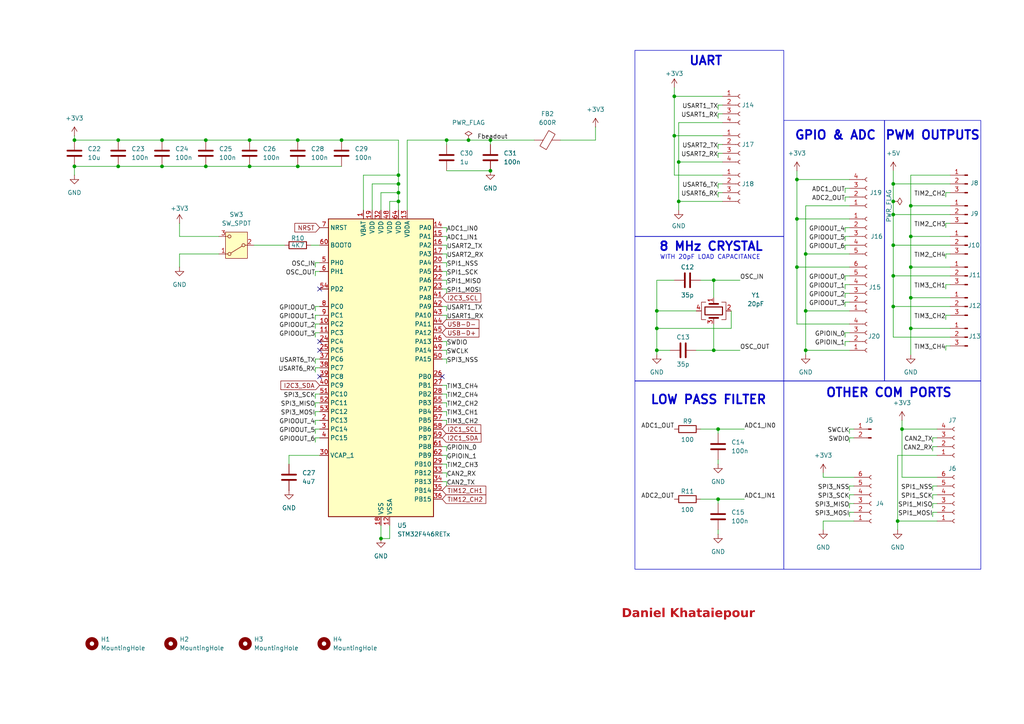
<source format=kicad_sch>
(kicad_sch (version 20231120) (generator "eeschema") (generator_version "8.0")
  (paper "A4")
  (title_block (title "FLIGHT CONTROLLER PCB") (date "2025-09-02"))
  (lib_symbols
    (symbol "Connector:Conn_01x02_Pin" (pin_names (offset 1.016) hide)
      (property "Reference" "J" (at 0 2.54 0))
      (property "Value" "Conn_01x02_Pin" (at 0 -5.08 0))
      (symbol "Conn_01x02_Pin_1_1"
        (pin passive line (at 5.08 0 180) (length 3.81) (name "Pin_1") (number "1"))
        (pin passive line (at 5.08 -2.54 180) (length 3.81) (name "Pin_2") (number "2"))
      )
    )
    (symbol "Connector:Conn_01x03_Pin" (pin_names (offset 1.016) hide)
      (property "Reference" "J" (at 0 5.08 0))
      (property "Value" "Conn_01x03_Pin" (at 0 -5.08 0))
      (symbol "Conn_01x03_Pin_1_1"
        (pin passive line (at 5.08 2.54 180) (length 3.81) (name "Pin_1") (number "1"))
        (pin passive line (at 5.08 0 180) (length 3.81) (name "Pin_2") (number "2"))
        (pin passive line (at 5.08 -2.54 180) (length 3.81) (name "Pin_3") (number "3"))
      )
    )
    (symbol "Connector:Conn_01x04_Socket" (pin_names (offset 1.016) hide)
      (property "Reference" "J" (at 0 5.08 0))
      (property "Value" "Conn_01x04_Socket" (at 0 -7.62 0))
      (symbol "Conn_01x04_Socket_1_1"
        (pin passive line (at -5.08 2.54 0) (length 3.81) (name "Pin_1") (number "1"))
        (pin passive line (at -5.08 0 0) (length 3.81) (name "Pin_2") (number "2"))
        (pin passive line (at -5.08 -2.54 0) (length 3.81) (name "Pin_3") (number "3"))
        (pin passive line (at -5.08 -5.08 0) (length 3.81) (name "Pin_4") (number "4"))
      )
    )
    (symbol "Connector:Conn_01x05_Socket" (pin_names (offset 1.016) hide)
      (property "Reference" "J" (at 0 7.62 0))
      (property "Value" "Conn_01x05_Socket" (at 0 -7.62 0))
      (symbol "Conn_01x05_Socket_1_1"
        (pin passive line (at -5.08 5.08 0) (length 3.81) (name "Pin_1") (number "1"))
        (pin passive line (at -5.08 2.54 0) (length 3.81) (name "Pin_2") (number "2"))
        (pin passive line (at -5.08 0 0) (length 3.81) (name "Pin_3") (number "3"))
        (pin passive line (at -5.08 -2.54 0) (length 3.81) (name "Pin_4") (number "4"))
        (pin passive line (at -5.08 -5.08 0) (length 3.81) (name "Pin_5") (number "5"))
      )
    )
    (symbol "Connector:Conn_01x06_Socket" (pin_names (offset 1.016) hide)
      (property "Reference" "J" (at 0 7.62 0))
      (property "Value" "Conn_01x06_Socket" (at 0 -10.16 0))
      (symbol "Conn_01x06_Socket_1_1"
        (pin passive line (at -5.08 5.08 0) (length 3.81) (name "Pin_1") (number "1"))
        (pin passive line (at -5.08 2.54 0) (length 3.81) (name "Pin_2") (number "2"))
        (pin passive line (at -5.08 0 0) (length 3.81) (name "Pin_3") (number "3"))
        (pin passive line (at -5.08 -2.54 0) (length 3.81) (name "Pin_4") (number "4"))
        (pin passive line (at -5.08 -5.08 0) (length 3.81) (name "Pin_5") (number "5"))
        (pin passive line (at -5.08 -7.62 0) (length 3.81) (name "Pin_6") (number "6"))
      )
    )
    (symbol "Device:C" (pin_numbers hide) (pin_names (offset 0.254))
      (property "Reference" "C" (at 0.635 2.54 0))
      (property "Value" "C" (at 0.635 -2.54 0))
      (symbol "C_1_1"
        (pin passive line (at 0 3.81 270) (length 2.794) (name "~") (number "1"))
        (pin passive line (at 0 -3.81 90) (length 2.794) (name "~") (number "2"))
      )
    )
    (symbol "Device:Crystal_GND24" (pin_names (offset 1.016) hide)
      (property "Reference" "Y" (at 3.175 5.08 0))
      (property "Value" "Crystal_GND24" (at 3.175 3.175 0))
      (symbol "Crystal_GND24_1_1"
        (pin passive line (at -3.81 0 0) (length 1.27) (name "1") (number "1"))
        (pin passive line (at 0 5.08 270) (length 1.27) (name "2") (number "2"))
        (pin passive line (at 3.81 0 180) (length 1.27) (name "3") (number "3"))
        (pin passive line (at 0 -5.08 90) (length 1.27) (name "4") (number "4"))
      )
    )
    (symbol "Device:FerriteBead" (pin_numbers hide) (pin_names (offset 0))
      (property "Reference" "FB" (at -3.81 0.635 90))
      (property "Value" "FerriteBead" (at 3.81 0 90))
      (symbol "FerriteBead_1_1"
        (pin passive line (at 0 3.81 270) (length 2.54) (name "~") (number "1"))
        (pin passive line (at 0 -3.81 90) (length 2.54) (name "~") (number "2"))
      )
    )
    (symbol "Device:R" (pin_numbers hide) (pin_names (offset 0))
      (property "Reference" "R" (at 2.032 0 90))
      (property "Value" "R" (at 0 0 90))
      (symbol "R_1_1"
        (pin passive line (at 0 3.81 270) (length 1.27) (name "~") (number "1"))
        (pin passive line (at 0 -3.81 90) (length 1.27) (name "~") (number "2"))
      )
    )
    (symbol "MCU_ST_STM32F4:STM32F446RETx"
      (property "Reference" "U" (at -15.24 44.45 0))
      (property "Value" "STM32F446RETx" (at 10.16 44.45 0))
      (symbol "STM32F446RETx_1_1"
        (pin power_in line (at -5.08 45.72 270) (length 2.54) (name "VBAT") (number "1"))
        (pin bidirectional line (at -17.78 12.7 0) (length 2.54) (name "PC2") (number "10"))
        (pin bidirectional line (at -17.78 10.16 0) (length 2.54) (name "PC3") (number "11"))
        (pin power_in line (at 2.54 -45.72 90) (length 2.54) (name "VSSA") (number "12"))
        (pin power_in line (at 7.62 45.72 270) (length 2.54) (name "VDDA") (number "13"))
        (pin bidirectional line (at 17.78 40.64 180) (length 2.54) (name "PA0") (number "14"))
        (pin bidirectional line (at 17.78 38.1 180) (length 2.54) (name "PA1") (number "15"))
        (pin bidirectional line (at 17.78 35.56 180) (length 2.54) (name "PA2") (number "16"))
        (pin bidirectional line (at 17.78 33.02 180) (length 2.54) (name "PA3") (number "17"))
        (pin power_in line (at 0 -45.72 90) (length 2.54) (name "VSS") (number "18"))
        (pin power_in line (at -2.54 45.72 270) (length 2.54) (name "VDD") (number "19"))
        (pin bidirectional line (at -17.78 -15.24 0) (length 2.54) (name "PC13") (number "2"))
        (pin bidirectional line (at 17.78 30.48 180) (length 2.54) (name "PA4") (number "20"))
        (pin bidirectional line (at 17.78 27.94 180) (length 2.54) (name "PA5") (number "21"))
        (pin bidirectional line (at 17.78 25.4 180) (length 2.54) (name "PA6") (number "22"))
        (pin bidirectional line (at 17.78 22.86 180) (length 2.54) (name "PA7") (number "23"))
        (pin bidirectional line (at -17.78 7.62 0) (length 2.54) (name "PC4") (number "24"))
        (pin bidirectional line (at -17.78 5.08 0) (length 2.54) (name "PC5") (number "25"))
        (pin bidirectional line (at 17.78 -2.54 180) (length 2.54) (name "PB0") (number "26"))
        (pin bidirectional line (at 17.78 -5.08 180) (length 2.54) (name "PB1") (number "27"))
        (pin bidirectional line (at 17.78 -7.62 180) (length 2.54) (name "PB2") (number "28"))
        (pin bidirectional line (at 17.78 -27.94 180) (length 2.54) (name "PB10") (number "29"))
        (pin bidirectional line (at -17.78 -17.78 0) (length 2.54) (name "PC14") (number "3"))
        (pin power_out line (at -17.78 -25.4 0) (length 2.54) (name "VCAP_1") (number "30"))
        (pin passive line (at 0 -45.72 90) (length 2.54) hide (name "VSS") (number "31"))
        (pin power_in line (at 0 45.72 270) (length 2.54) (name "VDD") (number "32"))
        (pin bidirectional line (at 17.78 -30.48 180) (length 2.54) (name "PB12") (number "33"))
        (pin bidirectional line (at 17.78 -33.02 180) (length 2.54) (name "PB13") (number "34"))
        (pin bidirectional line (at 17.78 -35.56 180) (length 2.54) (name "PB14") (number "35"))
        (pin bidirectional line (at 17.78 -38.1 180) (length 2.54) (name "PB15") (number "36"))
        (pin bidirectional line (at -17.78 2.54 0) (length 2.54) (name "PC6") (number "37"))
        (pin bidirectional line (at -17.78 0 0) (length 2.54) (name "PC7") (number "38"))
        (pin bidirectional line (at -17.78 -2.54 0) (length 2.54) (name "PC8") (number "39"))
        (pin bidirectional line (at -17.78 -20.32 0) (length 2.54) (name "PC15") (number "4"))
        (pin bidirectional line (at -17.78 -5.08 0) (length 2.54) (name "PC9") (number "40"))
        (pin bidirectional line (at 17.78 20.32 180) (length 2.54) (name "PA8") (number "41"))
        (pin bidirectional line (at 17.78 17.78 180) (length 2.54) (name "PA9") (number "42"))
        (pin bidirectional line (at 17.78 15.24 180) (length 2.54) (name "PA10") (number "43"))
        (pin bidirectional line (at 17.78 12.7 180) (length 2.54) (name "PA11") (number "44"))
        (pin bidirectional line (at 17.78 10.16 180) (length 2.54) (name "PA12") (number "45"))
        (pin bidirectional line (at 17.78 7.62 180) (length 2.54) (name "PA13") (number "46"))
        (pin passive line (at 0 -45.72 90) (length 2.54) hide (name "VSS") (number "47"))
        (pin power_in line (at 2.54 45.72 270) (length 2.54) (name "VDD") (number "48"))
        (pin bidirectional line (at 17.78 5.08 180) (length 2.54) (name "PA14") (number "49"))
        (pin bidirectional line (at -17.78 30.48 0) (length 2.54) (name "PH0") (number "5"))
        (pin bidirectional line (at 17.78 2.54 180) (length 2.54) (name "PA15") (number "50"))
        (pin bidirectional line (at -17.78 -7.62 0) (length 2.54) (name "PC10") (number "51"))
        (pin bidirectional line (at -17.78 -10.16 0) (length 2.54) (name "PC11") (number "52"))
        (pin bidirectional line (at -17.78 -12.7 0) (length 2.54) (name "PC12") (number "53"))
        (pin bidirectional line (at -17.78 22.86 0) (length 2.54) (name "PD2") (number "54"))
        (pin bidirectional line (at 17.78 -10.16 180) (length 2.54) (name "PB3") (number "55"))
        (pin bidirectional line (at 17.78 -12.7 180) (length 2.54) (name "PB4") (number "56"))
        (pin bidirectional line (at 17.78 -15.24 180) (length 2.54) (name "PB5") (number "57"))
        (pin bidirectional line (at 17.78 -17.78 180) (length 2.54) (name "PB6") (number "58"))
        (pin bidirectional line (at 17.78 -20.32 180) (length 2.54) (name "PB7") (number "59"))
        (pin bidirectional line (at -17.78 27.94 0) (length 2.54) (name "PH1") (number "6"))
        (pin input line (at -17.78 35.56 0) (length 2.54) (name "BOOT0") (number "60"))
        (pin bidirectional line (at 17.78 -22.86 180) (length 2.54) (name "PB8") (number "61"))
        (pin bidirectional line (at 17.78 -25.4 180) (length 2.54) (name "PB9") (number "62"))
        (pin passive line (at 0 -45.72 90) (length 2.54) hide (name "VSS") (number "63"))
        (pin power_in line (at 5.08 45.72 270) (length 2.54) (name "VDD") (number "64"))
        (pin input line (at -17.78 40.64 0) (length 2.54) (name "NRST") (number "7"))
        (pin bidirectional line (at -17.78 17.78 0) (length 2.54) (name "PC0") (number "8"))
        (pin bidirectional line (at -17.78 15.24 0) (length 2.54) (name "PC1") (number "9"))
      )
    )
    (symbol "Mechanical:MountingHole" (pin_names (offset 1.016))
      (property "Reference" "H" (at 0 5.08 0))
      (property "Value" "MountingHole" (at 0 3.175 0))
    )
    (symbol "Switch:SW_SPDT" (pin_names (offset 0) hide)
      (property "Reference" "SW" (at 0 5.08 0))
      (property "Value" "SW_SPDT" (at 0 -5.08 0))
      (symbol "SW_SPDT_1_1"
        (pin passive line (at 5.08 2.54 180) (length 2.54) (name "A") (number "1"))
        (pin passive line (at -5.08 0 0) (length 2.54) (name "B") (number "2"))
        (pin passive line (at 5.08 -2.54 180) (length 2.54) (name "C") (number "3"))
      )
    )
    (symbol "power:+3V3" (power) (pin_numbers hide) (pin_names (offset 0) hide)
      (property "Value" "+3V3" (at 0 3.556 0))
      (symbol "+3V3_1_1"
        (pin power_in line (at 0 0 90) (length 0) (name "~") (number "1"))
      )
    )
    (symbol "power:+5V" (power) (pin_numbers hide) (pin_names (offset 0) hide)
      (property "Value" "+5V" (at 0 3.556 0))
      (symbol "+5V_1_1"
        (pin power_in line (at 0 0 90) (length 0) (name "~") (number "1"))
      )
    )
    (symbol "power:GND" (power) (pin_numbers hide) (pin_names (offset 0) hide)
      (property "Value" "GND" (at 0 -3.81 0))
      (symbol "GND_1_1"
        (pin power_in line (at 0 0 270) (length 0) (name "~") (number "1"))
      )
    )
    (symbol "power:PWR_FLAG" (power) (pin_numbers hide) (pin_names (offset 0) hide)
      (property "Value" "PWR_FLAG" (at 0 3.81 0))
      (symbol "PWR_FLAG_0_0"
        (pin power_out line (at 0 0 90) (length 0) (name "~") (number "1"))
      )
    )
  )
  (junction (at 259.08 88.9))
  (junction (at 46.99 40.64))
  (junction (at 86.36 48.26))
  (junction (at 207.01 81.28))
  (junction (at 208.28 124.46))
  (junction (at 115.57 55.88))
  (junction (at 21.59 40.64))
  (junction (at 34.29 48.26))
  (junction (at 259.08 80.01))
  (junction (at 233.68 90.17))
  (junction (at 115.57 50.8))
  (junction (at 59.69 48.26))
  (junction (at 115.57 58.42))
  (junction (at 59.69 40.64))
  (junction (at 264.16 68.58))
  (junction (at 195.58 27.94))
  (junction (at 190.5 90.17))
  (junction (at 231.14 52.07))
  (junction (at 72.39 48.26))
  (junction (at 195.58 39.37))
  (junction (at 259.08 53.34))
  (junction (at 190.5 95.25))
  (junction (at 142.24 49.53))
  (junction (at 190.5 101.6))
  (junction (at 260.35 151.13))
  (junction (at 231.14 63.5))
  (junction (at 142.24 40.64))
  (junction (at 264.16 77.47))
  (junction (at 264.16 59.69))
  (junction (at 129.54 40.64))
  (junction (at 99.06 40.64))
  (junction (at 231.14 77.47))
  (junction (at 21.59 48.26))
  (junction (at 196.85 46.99))
  (junction (at 207.01 101.6))
  (junction (at 196.85 58.42))
  (junction (at 259.08 71.12))
  (junction (at 110.49 156.21))
  (junction (at 115.57 53.34))
  (junction (at 259.08 58.42))
  (junction (at 261.62 124.46))
  (junction (at 264.16 95.25))
  (junction (at 46.99 48.26))
  (junction (at 34.29 40.64))
  (junction (at 208.28 144.78))
  (junction (at 86.36 40.64))
  (junction (at 264.16 86.36))
  (junction (at 233.68 73.66))
  (junction (at 72.39 40.64))
  (junction (at 135.89 40.64))
  (junction (at 259.08 62.23))
  (junction (at 233.68 101.6))
  (no_connect (at 92.71 109.22))
  (no_connect (at 128.27 109.22))
  (no_connect (at 92.71 83.82))
  (no_connect (at 92.71 99.06))
  (no_connect (at 92.71 101.6))
  (wire (pts (xy 34.29 48.26) (xy 46.99 48.26)))
  (wire (pts (xy 208.28 124.46) (xy 208.28 125.73)))
  (wire (pts (xy 135.89 40.64) (xy 142.24 40.64)))
  (wire (pts (xy 261.62 138.43) (xy 261.62 124.46)))
  (wire (pts (xy 91.44 93.98) (xy 91.44 95.25)))
  (wire (pts (xy 264.16 86.36) (xy 264.16 77.47)))
  (wire (pts (xy 208.28 124.46) (xy 215.9 124.46)))
  (wire (pts (xy 274.32 57.15) (xy 274.32 55.88)))
  (wire (pts (xy 92.71 104.14) (xy 91.44 104.14)))
  (wire (pts (xy 91.44 76.2) (xy 91.44 77.47)))
  (wire (pts (xy 208.28 144.78) (xy 215.9 144.78)))
  (wire (pts (xy 245.11 96.52) (xy 246.38 96.52)))
  (wire (pts (xy 238.76 137.16) (xy 238.76 138.43)))
  (wire (pts (xy 91.44 88.9) (xy 91.44 90.17)))
  (wire (pts (xy 246.38 147.32) (xy 246.38 146.05)))
  (wire (pts (xy 259.08 53.34) (xy 275.59 53.34)))
  (wire (pts (xy 110.49 60.96) (xy 110.49 55.88)))
  (wire (pts (xy 190.5 101.6) (xy 194.31 101.6)))
  (wire (pts (xy 129.54 121.92) (xy 129.54 123.19)))
  (wire (pts (xy 208.28 153.67) (xy 208.28 154.94)))
  (wire (pts (xy 92.71 119.38) (xy 91.44 119.38)))
  (wire (pts (xy 208.28 57.15) (xy 208.28 55.88)))
  (wire (pts (xy 129.54 114.3) (xy 129.54 115.57)))
  (wire (pts (xy 245.11 80.01) (xy 246.38 80.01)))
  (wire (pts (xy 207.01 101.6) (xy 214.63 101.6)))
  (wire (pts (xy 264.16 68.58) (xy 275.59 68.58)))
  (wire (pts (xy 129.54 91.44) (xy 129.54 92.71)))
  (wire (pts (xy 91.44 78.74) (xy 91.44 80.01)))
  (wire (pts (xy 86.36 40.64) (xy 99.06 40.64)))
  (wire (pts (xy 128.27 114.3) (xy 129.54 114.3)))
  (wire (pts (xy 208.28 30.48) (xy 208.28 31.75)))
  (wire (pts (xy 129.54 129.54) (xy 129.54 130.81)))
  (wire (pts (xy 72.39 48.26) (xy 86.36 48.26)))
  (wire (pts (xy 245.11 82.55) (xy 246.38 82.55)))
  (wire (pts (xy 264.16 95.25) (xy 264.16 86.36)))
  (wire (pts (xy 212.09 90.17) (xy 212.09 95.25)))
  (wire (pts (xy 264.16 77.47) (xy 275.59 77.47)))
  (wire (pts (xy 90.17 71.12) (xy 92.71 71.12)))
  (wire (pts (xy 115.57 50.8) (xy 115.57 53.34)))
  (wire (pts (xy 129.54 40.64) (xy 129.54 41.91)))
  (wire (pts (xy 208.28 54.61) (xy 208.28 53.34)))
  (wire (pts (xy 209.55 35.56) (xy 196.85 35.56)))
  (wire (pts (xy 142.24 40.64) (xy 154.94 40.64)))
  (wire (pts (xy 209.55 58.42) (xy 196.85 58.42)))
  (wire (pts (xy 129.54 68.58) (xy 129.54 69.85)))
  (wire (pts (xy 274.32 100.33) (xy 274.32 101.6)))
  (wire (pts (xy 92.71 114.3) (xy 91.44 114.3)))
  (wire (pts (xy 128.27 137.16) (xy 129.54 137.16)))
  (wire (pts (xy 274.32 64.77) (xy 275.59 64.77)))
  (wire (pts (xy 209.55 30.48) (xy 208.28 30.48)))
  (wire (pts (xy 129.54 73.66) (xy 129.54 74.93)))
  (wire (pts (xy 91.44 116.84) (xy 91.44 118.11)))
  (wire (pts (xy 233.68 101.6) (xy 233.68 90.17)))
  (wire (pts (xy 128.27 121.92) (xy 129.54 121.92)))
  (wire (pts (xy 259.08 62.23) (xy 259.08 71.12)))
  (wire (pts (xy 203.2 144.78) (xy 208.28 144.78)))
  (wire (pts (xy 260.35 132.08) (xy 260.35 151.13)))
  (wire (pts (xy 172.72 40.64) (xy 162.56 40.64)))
  (wire (pts (xy 129.54 71.12) (xy 129.54 72.39)))
  (wire (pts (xy 190.5 95.25) (xy 190.5 101.6)))
  (wire (pts (xy 274.32 82.55) (xy 275.59 82.55)))
  (wire (pts (xy 231.14 77.47) (xy 231.14 63.5)))
  (wire (pts (xy 233.68 101.6) (xy 233.68 102.87)))
  (wire (pts (xy 271.78 124.46) (xy 261.62 124.46)))
  (wire (pts (xy 208.28 133.35) (xy 208.28 134.62)))
  (wire (pts (xy 246.38 148.59) (xy 247.65 148.59)))
  (wire (pts (xy 91.44 121.92) (xy 91.44 123.19)))
  (wire (pts (xy 128.27 68.58) (xy 129.54 68.58)))
  (wire (pts (xy 91.44 124.46) (xy 92.71 124.46)))
  (wire (pts (xy 128.27 83.82) (xy 129.54 83.82)))
  (wire (pts (xy 46.99 40.64) (xy 59.69 40.64)))
  (wire (pts (xy 231.14 52.07) (xy 246.38 52.07)))
  (wire (pts (xy 91.44 128.27) (xy 91.44 127)))
  (wire (pts (xy 264.16 95.25) (xy 275.59 95.25)))
  (wire (pts (xy 270.51 144.78) (xy 270.51 143.51)))
  (wire (pts (xy 264.16 59.69) (xy 275.59 59.69)))
  (wire (pts (xy 92.71 93.98) (xy 91.44 93.98)))
  (wire (pts (xy 208.28 44.45) (xy 209.55 44.45)))
  (wire (pts (xy 259.08 49.53) (xy 259.08 53.34)))
  (wire (pts (xy 245.11 86.36) (xy 245.11 85.09)))
  (wire (pts (xy 92.71 88.9) (xy 91.44 88.9)))
  (wire (pts (xy 231.14 93.98) (xy 231.14 77.47)))
  (wire (pts (xy 83.82 134.62) (xy 83.82 132.08)))
  (wire (pts (xy 264.16 59.69) (xy 264.16 50.8)))
  (wire (pts (xy 208.28 43.18) (xy 208.28 41.91)))
  (wire (pts (xy 34.29 40.64) (xy 46.99 40.64)))
  (wire (pts (xy 129.54 134.62) (xy 129.54 135.89)))
  (wire (pts (xy 128.27 132.08) (xy 129.54 132.08)))
  (wire (pts (xy 129.54 137.16) (xy 129.54 138.43)))
  (wire (pts (xy 21.59 48.26) (xy 21.59 50.8)))
  (wire (pts (xy 207.01 81.28) (xy 207.01 86.36)))
  (wire (pts (xy 128.27 134.62) (xy 129.54 134.62)))
  (wire (pts (xy 91.44 127) (xy 92.71 127)))
  (wire (pts (xy 128.27 73.66) (xy 129.54 73.66)))
  (wire (pts (xy 270.51 146.05) (xy 271.78 146.05)))
  (wire (pts (xy 195.58 27.94) (xy 209.55 27.94)))
  (wire (pts (xy 128.27 91.44) (xy 129.54 91.44)))
  (wire (pts (xy 245.11 97.79) (xy 245.11 96.52)))
  (wire (pts (xy 247.65 124.46) (xy 246.38 124.46)))
  (wire (pts (xy 246.38 149.86) (xy 246.38 148.59)))
  (wire (pts (xy 129.54 67.31) (xy 129.54 66.04)))
  (wire (pts (xy 128.27 66.04) (xy 129.54 66.04)))
  (wire (pts (xy 190.5 81.28) (xy 195.58 81.28)))
  (wire (pts (xy 238.76 151.13) (xy 238.76 153.67)))
  (wire (pts (xy 59.69 48.26) (xy 72.39 48.26)))
  (wire (pts (xy 196.85 46.99) (xy 196.85 58.42)))
  (wire (pts (xy 129.54 139.7) (xy 129.54 140.97)))
  (wire (pts (xy 129.54 104.14) (xy 129.54 105.41)))
  (wire (pts (xy 270.51 128.27) (xy 270.51 127)))
  (wire (pts (xy 245.11 67.31) (xy 245.11 66.04)))
  (wire (pts (xy 52.07 68.58) (xy 52.07 64.77)))
  (wire (pts (xy 246.38 127) (xy 246.38 128.27)))
  (wire (pts (xy 259.08 71.12) (xy 259.08 80.01)))
  (wire (pts (xy 115.57 40.64) (xy 115.57 50.8)))
  (wire (pts (xy 274.32 66.04) (xy 274.32 64.77)))
  (wire (pts (xy 233.68 90.17) (xy 233.68 73.66)))
  (wire (pts (xy 270.51 149.86) (xy 270.51 148.59)))
  (wire (pts (xy 63.5 68.58) (xy 52.07 68.58)))
  (wire (pts (xy 231.14 63.5) (xy 246.38 63.5)))
  (wire (pts (xy 264.16 77.47) (xy 264.16 68.58)))
  (wire (pts (xy 259.08 71.12) (xy 275.59 71.12)))
  (wire (pts (xy 246.38 101.6) (xy 233.68 101.6)))
  (wire (pts (xy 128.27 71.12) (xy 129.54 71.12)))
  (wire (pts (xy 246.38 93.98) (xy 231.14 93.98)))
  (wire (pts (xy 142.24 40.64) (xy 142.24 41.91)))
  (wire (pts (xy 113.03 60.96) (xy 113.03 58.42)))
  (wire (pts (xy 270.51 142.24) (xy 270.51 140.97)))
  (wire (pts (xy 129.54 88.9) (xy 129.54 90.17)))
  (wire (pts (xy 195.58 27.94) (xy 195.58 25.4)))
  (wire (pts (xy 110.49 55.88) (xy 115.57 55.88)))
  (wire (pts (xy 128.27 88.9) (xy 129.54 88.9)))
  (wire (pts (xy 72.39 40.64) (xy 86.36 40.64)))
  (wire (pts (xy 238.76 138.43) (xy 247.65 138.43)))
  (wire (pts (xy 46.99 48.26) (xy 59.69 48.26)))
  (wire (pts (xy 195.58 50.8) (xy 195.58 39.37)))
  (wire (pts (xy 246.38 143.51) (xy 247.65 143.51)))
  (wire (pts (xy 264.16 86.36) (xy 275.59 86.36)))
  (wire (pts (xy 129.54 111.76) (xy 129.54 113.03)))
  (wire (pts (xy 201.93 101.6) (xy 207.01 101.6)))
  (wire (pts (xy 274.32 91.44) (xy 275.59 91.44)))
  (wire (pts (xy 86.36 48.26) (xy 99.06 48.26)))
  (wire (pts (xy 275.59 88.9) (xy 259.08 88.9)))
  (wire (pts (xy 110.49 156.21) (xy 110.49 152.4)))
  (wire (pts (xy 245.11 81.28) (xy 245.11 80.01)))
  (wire (pts (xy 196.85 46.99) (xy 209.55 46.99)))
  (wire (pts (xy 245.11 72.39) (xy 245.11 71.12)))
  (wire (pts (xy 195.58 39.37) (xy 209.55 39.37)))
  (wire (pts (xy 245.11 100.33) (xy 245.11 99.06)))
  (wire (pts (xy 246.38 124.46) (xy 246.38 125.73)))
  (wire (pts (xy 128.27 78.74) (xy 129.54 78.74)))
  (wire (pts (xy 245.11 69.85) (xy 245.11 68.58)))
  (wire (pts (xy 274.32 92.71) (xy 274.32 91.44)))
  (wire (pts (xy 274.32 55.88) (xy 275.59 55.88)))
  (wire (pts (xy 270.51 143.51) (xy 271.78 143.51)))
  (wire (pts (xy 92.71 121.92) (xy 91.44 121.92)))
  (wire (pts (xy 129.54 83.82) (xy 129.54 85.09)))
  (wire (pts (xy 208.28 34.29) (xy 208.28 33.02)))
  (wire (pts (xy 208.28 41.91) (xy 209.55 41.91)))
  (wire (pts (xy 83.82 132.08) (xy 92.71 132.08)))
  (wire (pts (xy 115.57 55.88) (xy 115.57 58.42)))
  (wire (pts (xy 246.38 146.05) (xy 247.65 146.05)))
  (wire (pts (xy 208.28 55.88) (xy 209.55 55.88)))
  (wire (pts (xy 259.08 53.34) (xy 259.08 58.42)))
  (wire (pts (xy 270.51 127) (xy 271.78 127)))
  (wire (pts (xy 264.16 50.8) (xy 275.59 50.8)))
  (wire (pts (xy 259.08 80.01) (xy 259.08 88.9)))
  (wire (pts (xy 259.08 58.42) (xy 259.08 62.23)))
  (wire (pts (xy 203.2 124.46) (xy 208.28 124.46)))
  (wire (pts (xy 208.28 144.78) (xy 208.28 146.05)))
  (wire (pts (xy 92.71 91.44) (xy 91.44 91.44)))
  (wire (pts (xy 91.44 91.44) (xy 91.44 92.71)))
  (wire (pts (xy 259.08 88.9) (xy 259.08 97.79)))
  (wire (pts (xy 233.68 73.66) (xy 233.68 59.69)))
  (wire (pts (xy 128.27 139.7) (xy 129.54 139.7)))
  (wire (pts (xy 129.54 49.53) (xy 142.24 49.53)))
  (wire (pts (xy 190.5 81.28) (xy 190.5 90.17)))
  (wire (pts (xy 207.01 81.28) (xy 214.63 81.28)))
  (wire (pts (xy 129.54 116.84) (xy 129.54 118.11)))
  (wire (pts (xy 129.54 99.06) (xy 129.54 100.33)))
  (wire (pts (xy 92.71 78.74) (xy 91.44 78.74)))
  (wire (pts (xy 264.16 68.58) (xy 264.16 59.69)))
  (wire (pts (xy 270.51 148.59) (xy 271.78 148.59)))
  (wire (pts (xy 270.51 129.54) (xy 271.78 129.54)))
  (wire (pts (xy 129.54 80.01) (xy 129.54 78.74)))
  (wire (pts (xy 208.28 53.34) (xy 209.55 53.34)))
  (wire (pts (xy 245.11 71.12) (xy 246.38 71.12)))
  (wire (pts (xy 107.95 60.96) (xy 107.95 53.34)))
  (wire (pts (xy 21.59 40.64) (xy 34.29 40.64)))
  (wire (pts (xy 92.71 116.84) (xy 91.44 116.84)))
  (wire (pts (xy 21.59 48.26) (xy 34.29 48.26)))
  (wire (pts (xy 113.03 152.4) (xy 113.03 156.21)))
  (wire (pts (xy 245.11 83.82) (xy 245.11 82.55)))
  (wire (pts (xy 190.5 90.17) (xy 201.93 90.17)))
  (wire (pts (xy 259.08 80.01) (xy 275.59 80.01)))
  (wire (pts (xy 92.71 76.2) (xy 91.44 76.2)))
  (wire (pts (xy 128.27 76.2) (xy 129.54 76.2)))
  (wire (pts (xy 91.44 96.52) (xy 91.44 97.79)))
  (wire (pts (xy 115.57 58.42) (xy 115.57 60.96)))
  (wire (pts (xy 113.03 156.21) (xy 110.49 156.21)))
  (wire (pts (xy 128.27 116.84) (xy 129.54 116.84)))
  (wire (pts (xy 246.38 140.97) (xy 247.65 140.97)))
  (wire (pts (xy 91.44 125.73) (xy 91.44 124.46)))
  (wire (pts (xy 91.44 119.38) (xy 91.44 120.65)))
  (wire (pts (xy 274.32 74.93) (xy 274.32 73.66)))
  (wire (pts (xy 196.85 58.42) (xy 196.85 60.96)))
  (wire (pts (xy 118.11 60.96) (xy 118.11 40.64)))
  (wire (pts (xy 73.66 71.12) (xy 82.55 71.12)))
  (wire (pts (xy 270.51 140.97) (xy 271.78 140.97)))
  (wire (pts (xy 52.07 77.47) (xy 52.07 73.66)))
  (wire (pts (xy 274.32 73.66) (xy 275.59 73.66)))
  (wire (pts (xy 246.38 127) (xy 247.65 127)))
  (wire (pts (xy 203.2 81.28) (xy 207.01 81.28)))
  (wire (pts (xy 274.32 83.82) (xy 274.32 82.55)))
  (wire (pts (xy 129.54 132.08) (xy 129.54 133.35)))
  (wire (pts (xy 128.27 119.38) (xy 129.54 119.38)))
  (wire (pts (xy 245.11 55.88) (xy 245.11 54.61)))
  (wire (pts (xy 275.59 100.33) (xy 274.32 100.33)))
  (wire (pts (xy 245.11 99.06) (xy 246.38 99.06)))
  (wire (pts (xy 247.65 151.13) (xy 238.76 151.13)))
  (wire (pts (xy 128.27 104.14) (xy 129.54 104.14)))
  (wire (pts (xy 209.55 50.8) (xy 195.58 50.8)))
  (wire (pts (xy 245.11 66.04) (xy 246.38 66.04)))
  (wire (pts (xy 245.11 85.09) (xy 246.38 85.09)))
  (wire (pts (xy 59.69 40.64) (xy 72.39 40.64)))
  (wire (pts (xy 128.27 99.06) (xy 129.54 99.06)))
  (wire (pts (xy 105.41 60.96) (xy 105.41 50.8)))
  (wire (pts (xy 271.78 132.08) (xy 260.35 132.08)))
  (wire (pts (xy 129.54 77.47) (xy 129.54 76.2)))
  (wire (pts (xy 105.41 50.8) (xy 115.57 50.8)))
  (wire (pts (xy 260.35 151.13) (xy 260.35 153.67)))
  (wire (pts (xy 92.71 106.68) (xy 91.44 106.68)))
  (wire (pts (xy 52.07 73.66) (xy 63.5 73.66)))
  (wire (pts (xy 233.68 90.17) (xy 246.38 90.17)))
  (wire (pts (xy 129.54 101.6) (xy 129.54 102.87)))
  (wire (pts (xy 190.5 101.6) (xy 190.5 102.87)))
  (wire (pts (xy 128.27 81.28) (xy 129.54 81.28)))
  (wire (pts (xy 91.44 104.14) (xy 91.44 105.41)))
  (wire (pts (xy 233.68 73.66) (xy 246.38 73.66)))
  (wire (pts (xy 231.14 52.07) (xy 231.14 49.53)))
  (wire (pts (xy 245.11 54.61) (xy 246.38 54.61)))
  (wire (pts (xy 91.44 106.68) (xy 91.44 107.95)))
  (wire (pts (xy 245.11 57.15) (xy 245.11 58.42)))
  (wire (pts (xy 246.38 87.63) (xy 245.11 87.63)))
  (wire (pts (xy 128.27 101.6) (xy 129.54 101.6)))
  (wire (pts (xy 196.85 35.56) (xy 196.85 46.99)))
  (wire (pts (xy 99.06 40.64) (xy 115.57 40.64)))
  (wire (pts (xy 275.59 97.79) (xy 259.08 97.79)))
  (wire (pts (xy 190.5 95.25) (xy 212.09 95.25)))
  (wire (pts (xy 129.54 81.28) (xy 129.54 82.55)))
  (wire (pts (xy 246.38 142.24) (xy 246.38 140.97)))
  (wire (pts (xy 129.54 40.64) (xy 135.89 40.64)))
  (wire (pts (xy 245.11 87.63) (xy 245.11 88.9)))
  (wire (pts (xy 245.11 68.58) (xy 246.38 68.58)))
  (wire (pts (xy 21.59 39.37) (xy 21.59 40.64)))
  (wire (pts (xy 261.62 124.46) (xy 261.62 121.92)))
  (wire (pts (xy 271.78 138.43) (xy 261.62 138.43)))
  (wire (pts (xy 264.16 102.87) (xy 264.16 95.25)))
  (wire (pts (xy 246.38 144.78) (xy 246.38 143.51)))
  (wire (pts (xy 260.35 151.13) (xy 271.78 151.13)))
  (wire (pts (xy 92.71 96.52) (xy 91.44 96.52)))
  (wire (pts (xy 113.03 58.42) (xy 115.57 58.42)))
  (wire (pts (xy 128.27 129.54) (xy 129.54 129.54)))
  (wire (pts (xy 259.08 62.23) (xy 275.59 62.23)))
  (wire (pts (xy 208.28 45.72) (xy 208.28 44.45)))
  (wire (pts (xy 270.51 130.81) (xy 270.51 129.54)))
  (wire (pts (xy 195.58 39.37) (xy 195.58 27.94)))
  (wire (pts (xy 128.27 111.76) (xy 129.54 111.76)))
  (wire (pts (xy 207.01 93.98) (xy 207.01 101.6)))
  (wire (pts (xy 129.54 119.38) (xy 129.54 120.65)))
  (wire (pts (xy 115.57 53.34) (xy 115.57 55.88)))
  (wire (pts (xy 107.95 53.34) (xy 115.57 53.34)))
  (wire (pts (xy 270.51 147.32) (xy 270.51 146.05)))
  (wire (pts (xy 190.5 90.17) (xy 190.5 95.25)))
  (wire (pts (xy 208.28 33.02) (xy 209.55 33.02)))
  (wire (pts (xy 231.14 77.47) (xy 246.38 77.47)))
  (wire (pts (xy 233.68 59.69) (xy 246.38 59.69)))
  (wire (pts (xy 246.38 57.15) (xy 245.11 57.15)))
  (wire (pts (xy 118.11 40.64) (xy 129.54 40.64)))
  (wire (pts (xy 172.72 36.83) (xy 172.72 40.64)))
  (wire (pts (xy 231.14 63.5) (xy 231.14 52.07)))
  (wire (pts (xy 91.44 114.3) (xy 91.44 115.57)))
  (rectangle (start 256.54 34.925) (end 284.48 110.49))
  (rectangle (start 227.33 110.49) (end 284.48 165.1))
  (rectangle (start 184.15 110.49) (end 227.33 165.1))
  (rectangle (start 227.33 34.925) (end 256.54 110.49))
  (rectangle (start 184.15 68.58) (end 227.33 110.49))
  (rectangle (start 184.15 14.605) (end 227.33 68.58))
  (text "Daniel Khataiepour" (at 199.644 178.816 0) (effects (font (size 2.54 2.54) (bold yes) (italic yes))))
  (text "PWM OUTPUTS" (at 270.51 39.37 0) (effects (font (size 2.54 2.54) (thickness 0.508) (bold yes))))
  (text "WITH 20pF LOAD CAPACITANCE" (at 205.994 74.676 0) (effects (font (size 1.27 1.27))))
  (text "GPIO & ADC" (at 242.316 39.37 0) (effects (font (size 2.54 2.54) (thickness 0.508) (bold yes))))
  (text "8 MHz CRYSTAL" (at 206.248 71.628 0) (effects (font (size 2.54 2.54) (thickness 0.508) (bold yes))))
  (text "OTHER COM PORTS" (at 257.81 114.046 0) (effects (font (size 2.54 2.54) (thickness 0.508) (bold yes))))
  (text "UART" (at 204.724 17.78 0) (effects (font (size 2.54 2.54) (thickness 0.508) (bold yes))))
  (text "LOW PASS FILTER" (at 205.486 116.078 0) (effects (font (size 2.54 2.54) (thickness 0.508) (bold yes))))
  (label "SPI3_NSS" (at 129.54 105.41 0))
  (label "GPIOIN_1" (at 245.11 100.33 180))
  (label "SWDIO" (at 129.54 100.33 0))
  (label "CAN2_TX" (at 129.54 140.97 0))
  (label "GPIOOUT_5" (at 91.44 125.73 180))
  (label "USART2_TX" (at 208.28 43.18 180))
  (label "SWCLK" (at 246.38 125.73 180))
  (label "USART1_TX" (at 208.28 31.75 180))
  (label "TIM2_CH4" (at 129.54 115.57 0))
  (label "CAN2_TX" (at 270.51 128.27 180))
  (label "SPI3_MOSI" (at 91.44 120.65 180))
  (label "TIM3_CH1" (at 129.54 120.65 0))
  (label "GPIOOUT_4" (at 91.44 123.19 180))
  (label "SPI1_SCK" (at 129.54 80.01 0))
  (label "SPI1_NSS" (at 129.54 77.47 0))
  (label "SWDIO" (at 246.38 128.27 180))
  (label "OSC_OUT" (at 91.44 80.01 180))
  (label "SPI1_MISO" (at 129.54 82.55 0))
  (label "SPI3_SCK" (at 91.44 115.57 180))
  (label "SPI1_NSS" (at 270.51 142.24 180))
  (label "GPIOOUT_2" (at 245.11 86.36 180))
  (label "SPI3_NSS" (at 246.38 142.24 180))
  (label "SPI3_MOSI" (at 246.38 149.86 180))
  (label "ADC1_IN0" (at 129.54 67.31 0))
  (label "SPI3_SCK" (at 246.38 144.78 180))
  (label "GPIOOUT_2" (at 91.44 95.25 180))
  (label "USART2_RX" (at 129.54 74.93 0))
  (label "ADC1_OUT" (at 195.58 124.46 180))
  (label "TIM2_CH3" (at 274.32 66.04 180))
  (label "USART6_TX" (at 91.44 105.41 180))
  (label "GPIOIN_0" (at 245.11 97.79 180))
  (label "GPIOOUT_4" (at 245.11 67.31 180))
  (label "GPIOOUT_6" (at 245.11 72.39 180))
  (label "GPIOOUT_0" (at 245.11 81.28 180))
  (label "TIM3_CH2" (at 129.54 123.19 0))
  (label "GPIOOUT_6" (at 91.44 128.27 180))
  (label "Fbeadout" (at 138.43 40.64 0))
  (label "OSC_IN" (at 214.63 81.28 0))
  (label "GPIOIN_1" (at 129.54 133.35 0))
  (label "ADC2_OUT" (at 245.11 58.42 180))
  (label "CAN2_RX" (at 129.54 138.43 0))
  (label "SWCLK" (at 129.54 102.87 0))
  (label "SPI1_MISO" (at 270.51 147.32 180))
  (label "SPI3_MISO" (at 246.38 147.32 180))
  (label "TIM3_CH4" (at 274.32 101.6 180))
  (label "GPIOOUT_1" (at 245.11 83.82 180))
  (label "USART2_TX" (at 129.54 72.39 0))
  (label "OSC_IN" (at 91.44 77.47 180))
  (label "TIM3_CH2" (at 274.32 92.71 180))
  (label "SPI1_MOSI" (at 270.51 149.86 180))
  (label "USART1_TX" (at 129.54 90.17 0))
  (label "ADC1_IN0" (at 215.9 124.46 0))
  (label "ADC1_IN1" (at 129.54 69.85 0))
  (label "TIM3_CH4" (at 129.54 113.03 0))
  (label "SPI1_SCK" (at 270.51 144.78 180))
  (label "TIM3_CH1" (at 274.32 83.82 180))
  (label "ADC1_OUT" (at 245.11 55.88 180))
  (label "USART1_RX" (at 208.28 34.29 180))
  (label "OSC_OUT" (at 214.63 101.6 0))
  (label "TIM2_CH2" (at 129.54 118.11 0))
  (label "TIM2_CH2" (at 274.32 57.15 180))
  (label "USART2_RX" (at 208.28 45.72 180))
  (label "USART6_RX" (at 91.44 107.95 180))
  (label "GPIOOUT_0" (at 91.44 90.17 180))
  (label "TIM2_CH3" (at 129.54 135.89 0))
  (label "USART6_TX" (at 208.28 54.61 180))
  (label "ADC2_OUT" (at 195.58 144.78 180))
  (label "USART1_RX" (at 129.54 92.71 0))
  (label "GPIOOUT_3" (at 245.11 88.9 180))
  (label "GPIOOUT_5" (at 245.11 69.85 180))
  (label "CAN2_RX" (at 270.51 130.81 180))
  (label "TIM2_CH4" (at 274.32 74.93 180))
  (label "GPIOOUT_1" (at 91.44 92.71 180))
  (label "USART6_RX" (at 208.28 57.15 180))
  (label "ADC1_IN1" (at 215.9 144.78 0))
  (label "GPIOOUT_3" (at 91.44 97.79 180))
  (label "SPI3_MISO" (at 91.44 118.11 180))
  (label "GPIOIN_0" (at 129.54 130.81 0))
  (label "SPI1_MOSI" (at 129.54 85.09 0))
  (global_label "TIM12_CH1" (shape input) (at 128.27 142.24 0) (property "Intersheetrefs" "${INTERSHEET_REFS}" (effects (hide yes))))
  (global_label "I2C1_SDA" (shape input) (at 128.27 127 0) (property "Intersheetrefs" "${INTERSHEET_REFS}" (effects (hide yes))))
  (global_label "TIM12_CH2" (shape input) (at 128.27 144.78 0) (property "Intersheetrefs" "${INTERSHEET_REFS}" (effects (hide yes))))
  (global_label "I2C3_SCL" (shape input) (at 128.27 86.36 0) (property "Intersheetrefs" "${INTERSHEET_REFS}" (effects (hide yes))))
  (global_label "USB-D+" (shape input) (at 128.27 96.52 0) (property "Intersheetrefs" "${INTERSHEET_REFS}" (effects (hide yes))))
  (global_label "I2C1_SCL" (shape input) (at 128.27 124.46 0) (property "Intersheetrefs" "${INTERSHEET_REFS}" (effects (hide yes))))
  (global_label "I2C3_SDA" (shape input) (at 92.71 111.76 180) (property "Intersheetrefs" "${INTERSHEET_REFS}" (effects (hide yes))))
  (global_label "NRST" (shape input) (at 92.71 66.04 180) (property "Intersheetrefs" "${INTERSHEET_REFS}" (effects (hide yes))))
  (global_label "USB-D-" (shape input) (at 128.27 93.98 0) (property "Intersheetrefs" "${INTERSHEET_REFS}" (effects (hide yes))))
  (symbol (lib_id "Device:C") (at 86.36 44.45 0) (unit 1)
    (property "Reference" "C28" (at 90.17 43.1799 0) (effects (justify left)))
    (property "Value" "100n" (at 90.17 45.7199 0) (effects (justify left)))
    (property "Footprint" "Capacitor_SMD:C_0402_1005Metric" (effects (hide yes)))
    (property "Description" "Unpolarized capacitor" (effects (hide yes)))
  )
  (symbol (lib_id "Mechanical:MountingHole") (at 93.98 186.69 0) (unit 1)
    (property "Reference" "H4" (at 96.52 185.4199 0) (effects (justify left)))
    (property "Value" "MountingHole" (at 96.52 187.9599 0) (effects (justify left)))
    (property "Footprint" "MountingHole:MountingHole_2.2mm_M2" (effects (hide yes)))
    (property "Description" "Mounting Hole without connection" (effects (hide yes)))
  )
  (symbol (lib_id "Device:C") (at 208.28 149.86 0) (unit 1)
    (property "Reference" "C15" (at 212.09 148.5899 0) (effects (justify left)))
    (property "Value" "100n" (at 212.09 151.1299 0) (effects (justify left)))
    (property "Footprint" "Capacitor_SMD:C_0402_1005Metric" (effects (hide yes)))
    (property "Description" "Unpolarized capacitor" (effects (hide yes)))
  )
  (symbol (lib_id "Connector:Conn_01x04_Socket") (at 214.63 30.48 0) (unit 1)
    (property "Reference" "J14" (at 215.138 30.48 0) (effects (justify left)))
    (property "Value" "Conn_01x04_Socket" (effects (hide yes)))
    (property "Footprint" "Connector_PinSocket_2.54mm:PinSocket_1x04_P2.54mm_Vertical" (effects (hide yes)))
    (property "Description" "Generic connector, single row, 01x04, script generated" (effects (hide yes)))
  )
  (symbol (lib_id "power:GND") (at 208.28 134.62 0) (unit 1)
    (property "Reference" "#PWR21" (effects (hide yes)))
    (property "Value" "GND" (at 208.28 139.7 0))
    (property "Description" "Power symbol creates a global label with name \"GND\" , ground" (effects (hide yes)))
  )
  (symbol (lib_id "power:GND") (at 83.82 142.24 0) (unit 1)
    (property "Reference" "#PWR32" (effects (hide yes)))
    (property "Value" "GND" (at 83.82 147.32 0))
    (property "Description" "Power symbol creates a global label with name \"GND\" , ground" (effects (hide yes)))
  )
  (symbol (lib_id "Device:C") (at 142.24 45.72 0) (unit 1)
    (property "Reference" "C31" (at 146.05 44.4499 0) (effects (justify left)))
    (property "Value" "100n" (at 146.05 46.9899 0) (effects (justify left)))
    (property "Footprint" "Capacitor_SMD:C_0402_1005Metric" (effects (hide yes)))
    (property "Description" "Unpolarized capacitor" (effects (hide yes)))
  )
  (symbol (lib_id "Device:FerriteBead") (at 158.75 40.64 270) (unit 1)
    (property "Reference" "FB2" (at 158.8008 33.02 90))
    (property "Value" "600R" (at 158.8008 35.56 90))
    (property "Footprint" "Inductor_SMD:L_0603_1608Metric" (effects (hide yes)))
    (property "Description" "Ferrite bead" (effects (hide yes)))
  )
  (symbol (lib_id "Device:C") (at 46.99 44.45 0) (unit 1)
    (property "Reference" "C24" (at 50.8 43.1799 0) (effects (justify left)))
    (property "Value" "100n" (at 50.8 45.7199 0) (effects (justify left)))
    (property "Footprint" "Capacitor_SMD:C_0402_1005Metric" (effects (hide yes)))
    (property "Description" "Unpolarized capacitor" (effects (hide yes)))
  )
  (symbol (lib_id "power:GND") (at 264.16 102.87 0) (unit 1)
    (property "Reference" "#PWR36" (effects (hide yes)))
    (property "Value" "GND" (at 264.16 107.95 0))
    (property "Description" "Power symbol creates a global label with name \"GND\" , ground" (effects (hide yes)))
  )
  (symbol (lib_id "Connector:Conn_01x04_Socket") (at 251.46 57.15 0) (mirror x) (unit 1)
    (property "Reference" "J19" (at 252.222 55.88 0) (effects (justify left)))
    (property "Value" "Conn_01x04_Socket" (effects (hide yes)))
    (property "Footprint" "Connector_PinSocket_2.54mm:PinSocket_1x04_P2.54mm_Vertical" (effects (hide yes)))
    (property "Description" "Generic connector, single row, 01x04, script generated" (effects (hide yes)))
  )
  (symbol (lib_id "Connector:Conn_01x06_Socket") (at 252.73 146.05 0) (mirror x) (unit 1)
    (property "Reference" "J4" (at 254 146.0501 0) (effects (justify left)))
    (property "Value" "Conn_01x06_Socket" (effects (hide yes)))
    (property "Footprint" "Connector_PinSocket_2.54mm:PinSocket_1x06_P2.54mm_Vertical" (effects (hide yes)))
    (property "Description" "Generic connector, single row, 01x06, script generated" (effects (hide yes)))
  )
  (symbol (lib_id "Device:C") (at 129.54 45.72 0) (unit 1)
    (property "Reference" "C30" (at 133.35 44.4499 0) (effects (justify left)))
    (property "Value" "1u" (at 133.35 46.9899 0) (effects (justify left)))
    (property "Footprint" "Capacitor_SMD:C_0402_1005Metric" (effects (hide yes)))
    (property "Description" "Unpolarized capacitor" (effects (hide yes)))
  )
  (symbol (lib_id "power:+3V3") (at 172.72 36.83 0) (unit 1)
    (property "Reference" "#PWR35" (effects (hide yes)))
    (property "Value" "+3V3" (at 172.72 31.75 0))
    (property "Description" "Power symbol creates a global label with name \"+3V3\"" (effects (hide yes)))
  )
  (symbol (lib_id "Device:C") (at 72.39 44.45 0) (unit 1)
    (property "Reference" "C26" (at 76.2 43.1799 0) (effects (justify left)))
    (property "Value" "100n" (at 76.2 45.7199 0) (effects (justify left)))
    (property "Footprint" "Capacitor_SMD:C_0402_1005Metric" (effects (hide yes)))
    (property "Description" "Unpolarized capacitor" (effects (hide yes)))
  )
  (symbol (lib_id "Connector:Conn_01x05_Socket") (at 251.46 68.58 0) (unit 1)
    (property "Reference" "J16" (at 252.476 68.58 0) (effects (justify left)))
    (property "Value" "Conn_01x05_Socket" (effects (hide yes)))
    (property "Footprint" "Connector_PinHeader_2.54mm:PinHeader_1x05_P2.54mm_Vertical" (effects (hide yes)))
    (property "Description" "Generic connector, single row, 01x05, script generated" (effects (hide yes)))
  )
  (symbol (lib_id "Connector:Conn_01x03_Pin") (at 280.67 62.23 0) (mirror y) (unit 1)
    (property "Reference" "J9" (at 281.432 61.976 0) (effects (justify right)))
    (property "Value" "Conn_01x03_Pin" (effects (hide yes)))
    (property "Footprint" "Connector_PinHeader_2.54mm:PinHeader_1x03_P2.54mm_Vertical" (effects (hide yes)))
    (property "Description" "Generic connector, single row, 01x03, script generated" (effects (hide yes)))
  )
  (symbol (lib_id "MCU_ST_STM32F4:STM32F446RETx") (at 110.49 106.68 0) (unit 1)
    (property "Reference" "U5" (at 115.2241 152.4 0) (effects (justify left)))
    (property "Value" "STM32F446RETx" (at 115.2241 154.94 0) (effects (justify left)))
    (property "Footprint" "Package_QFP:LQFP-64_10x10mm_P0.5mm" (effects (hide yes)))
    (property "Datasheet" "https://www.st.com/resource/en/datasheet/stm32f446re.pdf" (effects (hide yes)))
    (property "Description" "STMicroelectronics Arm Cortex-M4 MCU, 512KB flash, 128KB RAM, 180 MHz, 1.8-3.6V, 50 GPIO, LQFP64" (effects (hide yes)))
  )
  (symbol (lib_id "power:PWR_FLAG") (at 259.08 58.42 270) (unit 1)
    (property "Reference" "#FLG4" (effects (hide yes)))
    (property "Value" "PWR_FLAG" (at 257.81 54.864 0) (effects (justify left)))
    (property "Description" "Special symbol for telling ERC where power comes from" (effects (hide yes)))
  )
  (symbol (lib_id "power:PWR_FLAG") (at 135.89 40.64 0) (unit 1)
    (property "Reference" "#FLG5" (effects (hide yes)))
    (property "Value" "PWR_FLAG" (at 135.89 35.56 0))
    (property "Description" "Special symbol for telling ERC where power comes from" (effects (hide yes)))
  )
  (symbol (lib_id "power:GND") (at 238.76 153.67 0) (unit 1)
    (property "Reference" "#PWR24" (effects (hide yes)))
    (property "Value" "GND" (at 238.76 158.75 0))
    (property "Description" "Power symbol creates a global label with name \"GND\" , ground" (effects (hide yes)))
  )
  (symbol (lib_id "Connector:Conn_01x02_Pin") (at 252.73 124.46 0) (mirror y) (unit 1)
    (property "Reference" "J5" (at 252.095 121.92 0))
    (property "Value" "Conn_01x02_Pin" (effects (hide yes)))
    (property "Footprint" "Connector_PinSocket_2.54mm:PinSocket_1x02_P2.54mm_Vertical" (effects (hide yes)))
    (property "Description" "Generic connector, single row, 01x02, script generated" (effects (hide yes)))
  )
  (symbol (lib_id "power:+5V") (at 259.08 49.53 0) (unit 1)
    (property "Reference" "#PWR27" (effects (hide yes)))
    (property "Value" "+5V" (at 259.08 44.45 0))
    (property "Description" "Power symbol creates a global label with name \"+5V\"" (effects (hide yes)))
  )
  (symbol (lib_id "Connector:Conn_01x03_Pin") (at 280.67 88.9 0) (mirror y) (unit 1)
    (property "Reference" "J12" (at 280.924 88.646 0) (effects (justify right)))
    (property "Value" "Conn_01x03_Pin" (effects (hide yes)))
    (property "Footprint" "Connector_PinHeader_2.54mm:PinHeader_1x03_P2.54mm_Vertical" (effects (hide yes)))
    (property "Description" "Generic connector, single row, 01x03, script generated" (effects (hide yes)))
  )
  (symbol (lib_id "Device:C") (at 21.59 44.45 0) (unit 1)
    (property "Reference" "C22" (at 25.4 43.1799 0) (effects (justify left)))
    (property "Value" "10u" (at 25.4 45.7199 0) (effects (justify left)))
    (property "Footprint" "Capacitor_SMD:C_0603_1608Metric" (effects (hide yes)))
    (property "Description" "Unpolarized capacitor" (effects (hide yes)))
  )
  (symbol (lib_id "power:+3V3") (at 195.58 25.4 0) (unit 1)
    (property "Reference" "#PWR37" (effects (hide yes)))
    (property "Value" "+3V3" (at 195.58 21.336 0))
    (property "Description" "Power symbol creates a global label with name \"+3V3\"" (effects (hide yes)))
  )
  (symbol (lib_id "power:+3V3") (at 231.14 49.53 0) (unit 1)
    (property "Reference" "#PWR39" (effects (hide yes)))
    (property "Value" "+3V3" (at 231.14 44.45 0))
    (property "Description" "Power symbol creates a global label with name \"+3V3\"" (effects (hide yes)))
  )
  (symbol (lib_id "Connector:Conn_01x03_Pin") (at 280.67 71.12 0) (mirror y) (unit 1)
    (property "Reference" "J10" (at 280.67 71.12 0) (effects (justify right)))
    (property "Value" "Conn_01x03_Pin" (effects (hide yes)))
    (property "Footprint" "Connector_PinHeader_2.54mm:PinHeader_1x03_P2.54mm_Vertical" (effects (hide yes)))
    (property "Description" "Generic connector, single row, 01x03, script generated" (effects (hide yes)))
  )
  (symbol (lib_id "Device:R") (at 199.39 124.46 90) (unit 1)
    (property "Reference" "R9" (at 199.39 122.174 90))
    (property "Value" "100" (at 199.39 127.508 90))
    (property "Footprint" "Resistor_SMD:R_0402_1005Metric" (effects (hide yes)))
    (property "Description" "Resistor" (effects (hide yes)))
  )
  (symbol (lib_id "power:GND") (at 21.59 50.8 0) (unit 1)
    (property "Reference" "#PWR29" (effects (hide yes)))
    (property "Value" "GND" (at 21.59 55.88 0))
    (property "Description" "Power symbol creates a global label with name \"GND\" , ground" (effects (hide yes)))
  )
  (symbol (lib_id "power:GND") (at 233.68 102.87 0) (unit 1)
    (property "Reference" "#PWR40" (effects (hide yes)))
    (property "Value" "GND" (at 233.68 107.95 0))
    (property "Description" "Power symbol creates a global label with name \"GND\" , ground" (effects (hide yes)))
  )
  (symbol (lib_id "power:+3V3") (at 261.62 121.92 0) (unit 1)
    (property "Reference" "#PWR26" (effects (hide yes)))
    (property "Value" "+3V3" (at 261.62 116.84 0))
    (property "Description" "Power symbol creates a global label with name \"+3V3\"" (effects (hide yes)))
  )
  (symbol (lib_id "Connector:Conn_01x04_Socket") (at 214.63 53.34 0) (unit 1)
    (property "Reference" "J18" (at 215.138 53.34 0) (effects (justify left)))
    (property "Value" "Conn_01x04_Socket" (effects (hide yes)))
    (property "Footprint" "Connector_PinSocket_2.54mm:PinSocket_1x04_P2.54mm_Vertical" (effects (hide yes)))
    (property "Description" "Generic connector, single row, 01x04, script generated" (effects (hide yes)))
  )
  (symbol (lib_id "Device:R") (at 86.36 71.12 270) (unit 1)
    (property "Reference" "R10" (at 86.36 69.088 90))
    (property "Value" "4K7" (at 86.36 71.12 90))
    (property "Footprint" "Resistor_SMD:R_0402_1005Metric" (effects (hide yes)))
    (property "Description" "Resistor" (effects (hide yes)))
  )
  (symbol (lib_id "power:+3V3") (at 238.76 137.16 0) (unit 1)
    (property "Reference" "#PWR23" (effects (hide yes)))
    (property "Value" "+3V3" (at 238.76 132.08 0))
    (property "Description" "Power symbol creates a global label with name \"+3V3\"" (effects (hide yes)))
  )
  (symbol (lib_id "Device:C") (at 208.28 129.54 0) (unit 1)
    (property "Reference" "C14" (at 212.09 128.2699 0) (effects (justify left)))
    (property "Value" "100n" (at 212.09 130.8099 0) (effects (justify left)))
    (property "Footprint" "Capacitor_SMD:C_0402_1005Metric" (effects (hide yes)))
    (property "Description" "Unpolarized capacitor" (effects (hide yes)))
  )
  (symbol (lib_id "Connector:Conn_01x06_Socket") (at 276.86 146.05 0) (mirror x) (unit 1)
    (property "Reference" "J6" (at 276.225 135.89 0))
    (property "Value" "Conn_01x06_Socket" (effects (hide yes)))
    (property "Footprint" "Connector_PinSocket_2.54mm:PinSocket_1x06_P2.54mm_Vertical" (effects (hide yes)))
    (property "Description" "Generic connector, single row, 01x06, script generated" (effects (hide yes)))
  )
  (symbol (lib_id "Device:Crystal_GND24") (at 207.01 90.17 270) (unit 1)
    (property "Reference" "Y1" (at 219.202 85.598 90))
    (property "Value" "20pF" (at 219.202 88.138 90))
    (property "Footprint" "Crystal:Crystal_SMD_3225-4Pin_3.2x2.5mm" (effects (hide yes)))
    (property "Description" "Four pin crystal, GND on pins 2 and 4" (effects (hide yes)))
  )
  (symbol (lib_id "power:+3V3") (at 52.07 64.77 0) (unit 1)
    (property "Reference" "#PWR30" (effects (hide yes)))
    (property "Value" "+3V3" (at 52.07 60.452 0))
    (property "Description" "Power symbol creates a global label with name \"+3V3\"" (effects (hide yes)))
  )
  (symbol (lib_id "Device:C") (at 99.06 44.45 0) (unit 1)
    (property "Reference" "C29" (at 102.87 43.1799 0) (effects (justify left)))
    (property "Value" "100n" (at 102.87 45.7199 0) (effects (justify left)))
    (property "Footprint" "Capacitor_SMD:C_0402_1005Metric" (effects (hide yes)))
    (property "Description" "Unpolarized capacitor" (effects (hide yes)))
  )
  (symbol (lib_id "Mechanical:MountingHole") (at 71.12 186.69 0) (unit 1)
    (property "Reference" "H3" (at 73.66 185.4199 0) (effects (justify left)))
    (property "Value" "MountingHole" (at 73.66 187.9599 0) (effects (justify left)))
    (property "Footprint" "MountingHole:MountingHole_2.2mm_M2" (effects (hide yes)))
    (property "Description" "Mounting Hole without connection" (effects (hide yes)))
  )
  (symbol (lib_id "power:GND") (at 260.35 153.67 0) (unit 1)
    (property "Reference" "#PWR25" (effects (hide yes)))
    (property "Value" "GND" (at 260.35 158.75 0))
    (property "Description" "Power symbol creates a global label with name \"GND\" , ground" (effects (hide yes)))
  )
  (symbol (lib_id "Connector:Conn_01x06_Socket") (at 251.46 85.09 0) (mirror x) (unit 1)
    (property "Reference" "J15" (at 253.746 83.312 0))
    (property "Value" "Conn_01x06_Socket" (effects (hide yes)))
    (property "Footprint" "Connector_PinSocket_2.54mm:PinSocket_1x06_P2.54mm_Vertical" (effects (hide yes)))
    (property "Description" "Generic connector, single row, 01x06, script generated" (effects (hide yes)))
  )
  (symbol (lib_id "Switch:SW_SPDT") (at 68.58 71.12 180) (unit 1)
    (property "Reference" "SW3" (at 68.58 62.23 0))
    (property "Value" "SW_SPDT" (at 68.58 64.77 0))
    (property "Footprint" "Button_Switch_SMD:SW_SPDT_PCM12" (effects (hide yes)))
    (property "Description" "Switch, single pole double throw" (effects (hide yes)))
  )
  (symbol (lib_id "Device:C") (at 199.39 81.28 90) (unit 1)
    (property "Reference" "C12" (at 199.39 77.47 90))
    (property "Value" "35p" (at 199.39 85.598 90))
    (property "Footprint" "Capacitor_SMD:C_0402_1005Metric" (effects (hide yes)))
    (property "Description" "Unpolarized capacitor" (effects (hide yes)))
  )
  (symbol (lib_id "power:+3V3") (at 21.59 39.37 0) (unit 1)
    (property "Reference" "#PWR28" (effects (hide yes)))
    (property "Value" "+3V3" (at 21.59 34.29 0))
    (property "Description" "Power symbol creates a global label with name \"+3V3\"" (effects (hide yes)))
  )
  (symbol (lib_id "power:GND") (at 208.28 154.94 0) (unit 1)
    (property "Reference" "#PWR22" (effects (hide yes)))
    (property "Value" "GND" (at 208.28 160.02 0))
    (property "Description" "Power symbol creates a global label with name \"GND\" , ground" (effects (hide yes)))
  )
  (symbol (lib_id "power:GND") (at 196.85 60.96 0) (unit 1)
    (property "Reference" "#PWR38" (effects (hide yes)))
    (property "Value" "GND" (at 196.85 65.532 0))
    (property "Description" "Power symbol creates a global label with name \"GND\" , ground" (effects (hide yes)))
  )
  (symbol (lib_id "Device:C") (at 59.69 44.45 0) (unit 1)
    (property "Reference" "C25" (at 63.5 43.1799 0) (effects (justify left)))
    (property "Value" "100n" (at 63.5 45.7199 0) (effects (justify left)))
    (property "Footprint" "Capacitor_SMD:C_0402_1005Metric" (effects (hide yes)))
    (property "Description" "Unpolarized capacitor" (effects (hide yes)))
  )
  (symbol (lib_id "power:GND") (at 110.49 156.21 0) (unit 1)
    (property "Reference" "#PWR33" (effects (hide yes)))
    (property "Value" "GND" (at 110.49 161.29 0))
    (property "Description" "Power symbol creates a global label with name \"GND\" , ground" (effects (hide yes)))
  )
  (symbol (lib_id "Device:C") (at 34.29 44.45 0) (unit 1)
    (property "Reference" "C23" (at 38.1 43.1799 0) (effects (justify left)))
    (property "Value" "100n" (at 38.1 45.7199 0) (effects (justify left)))
    (property "Footprint" "Capacitor_SMD:C_0402_1005Metric" (effects (hide yes)))
    (property "Description" "Unpolarized capacitor" (effects (hide yes)))
  )
  (symbol (lib_id "Connector:Conn_01x03_Pin") (at 280.67 97.79 0) (mirror y) (unit 1)
    (property "Reference" "J13" (at 280.924 97.536 0) (effects (justify right)))
    (property "Value" "Conn_01x03_Pin" (effects (hide yes)))
    (property "Footprint" "Connector_PinHeader_2.54mm:PinHeader_1x03_P2.54mm_Vertical" (effects (hide yes)))
    (property "Description" "Generic connector, single row, 01x03, script generated" (effects (hide yes)))
  )
  (symbol (lib_id "Device:R") (at 199.39 144.78 90) (unit 1)
    (property "Reference" "R11" (at 199.39 142.494 90))
    (property "Value" "100" (at 199.39 147.828 90))
    (property "Footprint" "Resistor_SMD:R_0402_1005Metric" (effects (hide yes)))
    (property "Description" "Resistor" (effects (hide yes)))
  )
  (symbol (lib_id "Connector:Conn_01x03_Pin") (at 280.67 53.34 0) (mirror y) (unit 1)
    (property "Reference" "J8" (at 281.432 53.086 0) (effects (justify right)))
    (property "Value" "Conn_01x03_Pin" (effects (hide yes)))
    (property "Footprint" "Connector_PinHeader_2.54mm:PinHeader_1x03_P2.54mm_Vertical" (effects (hide yes)))
    (property "Description" "Generic connector, single row, 01x03, script generated" (effects (hide yes)))
  )
  (symbol (lib_id "Device:C") (at 198.12 101.6 90) (unit 1)
    (property "Reference" "C13" (at 198.12 97.79 90))
    (property "Value" "35p" (at 198.12 105.664 90))
    (property "Footprint" "Capacitor_SMD:C_0402_1005Metric" (effects (hide yes)))
    (property "Description" "Unpolarized capacitor" (effects (hide yes)))
  )
  (symbol (lib_id "power:GND") (at 142.24 49.53 0) (unit 1)
    (property "Reference" "#PWR34" (effects (hide yes)))
    (property "Value" "GND" (at 142.24 54.61 0))
    (property "Description" "Power symbol creates a global label with name \"GND\" , ground" (effects (hide yes)))
  )
  (symbol (lib_id "Connector:Conn_01x03_Pin") (at 280.67 80.01 0) (mirror y) (unit 1)
    (property "Reference" "J11" (at 280.924 79.756 0) (effects (justify right)))
    (property "Value" "Conn_01x03_Pin" (effects (hide yes)))
    (property "Footprint" "Connector_PinHeader_2.54mm:PinHeader_1x03_P2.54mm_Vertical" (effects (hide yes)))
    (property "Description" "Generic connector, single row, 01x03, script generated" (effects (hide yes)))
  )
  (symbol (lib_id "power:GND") (at 190.5 102.87 0) (unit 1)
    (property "Reference" "#PWR20" (effects (hide yes)))
    (property "Value" "GND" (at 190.5 107.95 0))
    (property "Description" "Power symbol creates a global label with name \"GND\" , ground" (effects (hide yes)))
  )
  (symbol (lib_id "Mechanical:MountingHole") (at 26.67 186.69 0) (unit 1)
    (property "Reference" "H1" (at 29.21 185.4199 0) (effects (justify left)))
    (property "Value" "MountingHole" (at 29.21 187.9599 0) (effects (justify left)))
    (property "Footprint" "MountingHole:MountingHole_2.2mm_M2" (effects (hide yes)))
    (property "Description" "Mounting Hole without connection" (effects (hide yes)))
  )
  (symbol (lib_id "Mechanical:MountingHole") (at 49.53 186.69 0) (unit 1)
    (property "Reference" "H2" (at 52.07 185.4199 0) (effects (justify left)))
    (property "Value" "MountingHole" (at 52.07 187.9599 0) (effects (justify left)))
    (property "Footprint" "MountingHole:MountingHole_2.2mm_M2" (effects (hide yes)))
    (property "Description" "Mounting Hole without connection" (effects (hide yes)))
  )
  (symbol (lib_id "Device:C") (at 83.82 138.43 0) (unit 1)
    (property "Reference" "C27" (at 87.63 137.1599 0) (effects (justify left)))
    (property "Value" "4u7" (at 87.63 139.6999 0) (effects (justify left)))
    (property "Footprint" "Capacitor_SMD:C_0603_1608Metric" (effects (hide yes)))
    (property "Description" "Unpolarized capacitor" (effects (hide yes)))
  )
  (symbol (lib_id "Connector:Conn_01x04_Socket") (at 276.86 129.54 0) (mirror x) (unit 1)
    (property "Reference" "J7" (at 276.225 121.92 0))
    (property "Value" "Conn_01x04_Socket" (effects (hide yes)))
    (property "Footprint" "Connector_PinSocket_2.54mm:PinSocket_1x04_P2.54mm_Vertical" (effects (hide yes)))
    (property "Description" "Generic connector, single row, 01x04, script generated" (effects (hide yes)))
  )
  (symbol (lib_id "power:GND") (at 52.07 77.47 0) (unit 1)
    (property "Reference" "#PWR31" (effects (hide yes)))
    (property "Value" "GND" (at 52.07 82.55 0))
    (property "Description" "Power symbol creates a global label with name \"GND\" , ground" (effects (hide yes)))
  )
  (symbol (lib_id "Connector:Conn_01x04_Socket") (at 214.63 41.91 0) (unit 1)
    (property "Reference" "J17" (at 215.138 41.91 0) (effects (justify left)))
    (property "Value" "Conn_01x04_Socket" (effects (hide yes)))
    (property "Footprint" "Connector_PinSocket_2.54mm:PinSocket_1x04_P2.54mm_Vertical" (effects (hide yes)))
    (property "Description" "Generic connector, single row, 01x04, script generated" (effects (hide yes)))
  )
  (symbol (lib_id "Connector:Conn_01x04_Socket") (at 251.46 99.06 0) (mirror x) (unit 1)
    (property "Reference" "J20" (at 251.714 97.536 0) (effects (justify left)))
    (property "Value" "Conn_01x04_Socket" (effects (hide yes)))
    (property "Footprint" "Connector_PinSocket_2.54mm:PinSocket_1x04_P2.54mm_Vertical" (effects (hide yes)))
    (property "Description" "Generic connector, single row, 01x04, script generated" (effects (hide yes)))
  )
)
</source>
